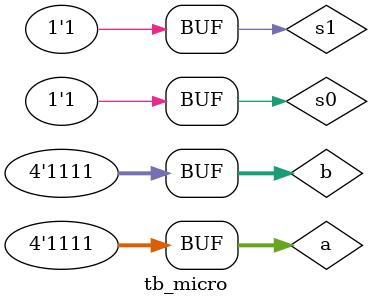
<source format=v>
module mux1x4 (
    input i1,i2, i3, i4,s0,s1,
    output y
    );
    
    
    not(ns0 , s0);
    not(ns1 , s1);

    and(w0, i1, ns0, ns1);
    and(w1, i2, ns0, s1);
    and(w2, i3, s0, ns1);
    and(w3, i4, s0, s1);

    or(y,w0,w1,w2,w3);

endmodule


module micro (
    input [3:0] a,
    input [3:0] b,
    input s0,s1,
    output [3:0] f
);

    and(i00,a[0],b[0]);
    or(i01,a[0],b[0]);
    xor(i02,a[0],b[0]);
    not(i03,a[0]);
    mux1x4 m0(i00,i01,i02,i03,s0,s1,f[0]);

    and(i10,a[1],b[1]);
    or(i11,a[1],b[1]);
    xor(i12,a[1],b[1]);
    not(i13,a[1]);
    mux1x4 m1(i10,i11,i12,i13,s0,s1,f[1]);

    and(i20,a[2],b[2]);
    or(i21,a[2],b[2]);
    xor(i22,a[2],b[2]);
    not(i23,a[2]);
    mux1x4 m2(i20,i21,i22,i23,s0,s1,f[2]);

    and(i30,a[3],b[3]);
    or(i31,a[3],b[3]);
    xor(i32,a[3],b[3]);
    not(i33,a[3]);
    mux1x4 m3(i30,i31,i32,i33,s0,s1,f[3]);

endmodule


module tb_micro ();
    reg [3:0] a,b;
    reg s0,s1;
    wire [3:0] f;

    micro mic(a,b,s0,s1,f);

    initial begin
        a = 4'b0000;
        b = 4'b1111;
        s0 = 0;
        s1 = 0;
        #100;

        a = 4'b0000;
        b = 4'b1111;
        s0 = 1;
        s1 = 0;
        #100;
        
        a = 4'b0000;
        b = 4'b1111;
        s0 = 0;
        s1 = 1;
        #100;
        
        a = 4'b0000;
        b = 4'b1111;
        s0 = 1;
        s1 = 1;
        #100;

        a = 4'b1111;
        b = 4'b1111;
        s0 = 0;
        s1 = 0;
        #100;
        
        a = 4'b1111;
        b = 4'b1111;
        s0 = 1;
        s1 = 0;
        #100;
        
        a = 4'b1111;
        b = 4'b1111;
        s0 = 0;
        s1 = 1;
        #100;
        
        a = 4'b1111;
        b = 4'b1111;
        s0 = 1;
        s1 = 1;
        #100;
        
        
    end
    
endmodule



</source>
